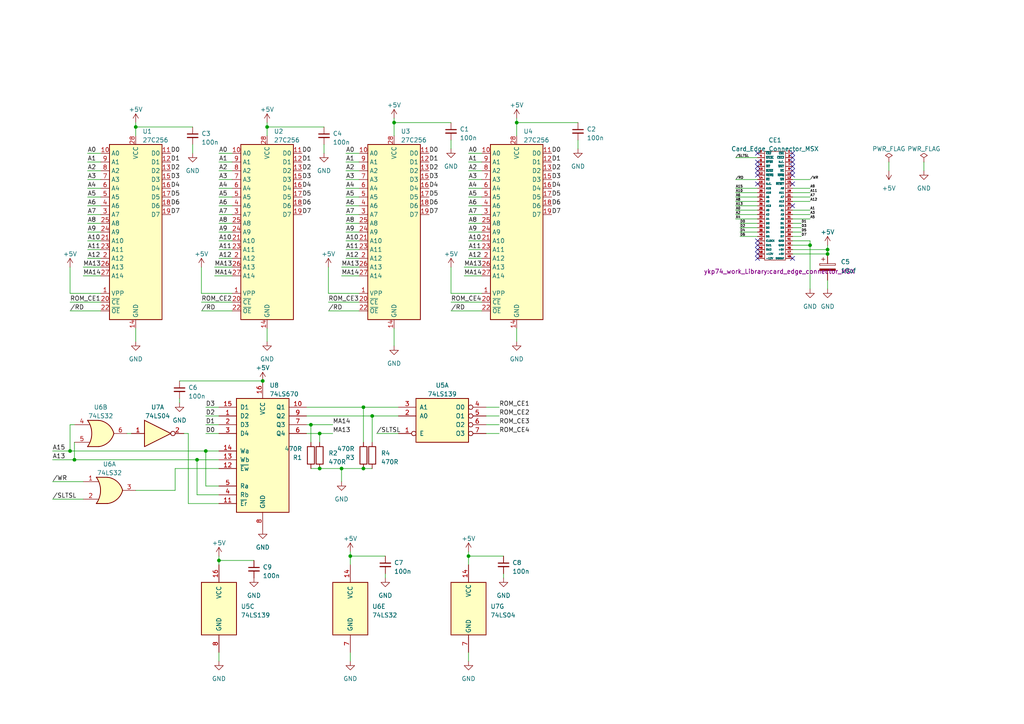
<source format=kicad_sch>
(kicad_sch (version 20230121) (generator eeschema)
  (paper "A4")
  (title_block (title "1M Mega Rom Card (KONAMI type)") (date "2023-02-26") (rev "1.0") (company "SEC") (comment 1 "Designed by supers02 착한영구"))
  (lib_symbols
    (symbol "74xx:74LS04"
      (property "Reference" "U" (at 0 1.27 0))
      (property "Value" "74LS04" (at 0 -1.27 0))
      (symbol "74LS04_1_0"
        (polyline (pts (xy -3.81 3.81) (xy -3.81 -3.81) (xy 3.81 0) (xy -3.81 3.81)) (stroke (width 0.254)) (fill (type background)))
        (pin input line (at -7.62 0 0) (length 3.81) (name "~") (number "1"))
        (pin output inverted (at 7.62 0 180) (length 3.81) (name "~") (number "2"))
      )
      (symbol "74LS04_2_0"
        (polyline (pts (xy -3.81 3.81) (xy -3.81 -3.81) (xy 3.81 0) (xy -3.81 3.81)) (stroke (width 0.254)) (fill (type background)))
        (pin input line (at -7.62 0 0) (length 3.81) (name "~") (number "3"))
        (pin output inverted (at 7.62 0 180) (length 3.81) (name "~") (number "4"))
      )
      (symbol "74LS04_3_0"
        (polyline (pts (xy -3.81 3.81) (xy -3.81 -3.81) (xy 3.81 0) (xy -3.81 3.81)) (stroke (width 0.254)) (fill (type background)))
        (pin input line (at -7.62 0 0) (length 3.81) (name "~") (number "5"))
        (pin output inverted (at 7.62 0 180) (length 3.81) (name "~") (number "6"))
      )
      (symbol "74LS04_4_0"
        (polyline (pts (xy -3.81 3.81) (xy -3.81 -3.81) (xy 3.81 0) (xy -3.81 3.81)) (stroke (width 0.254)) (fill (type background)))
        (pin output inverted (at 7.62 0 180) (length 3.81) (name "~") (number "8"))
        (pin input line (at -7.62 0 0) (length 3.81) (name "~") (number "9"))
      )
      (symbol "74LS04_5_0"
        (polyline (pts (xy -3.81 3.81) (xy -3.81 -3.81) (xy 3.81 0) (xy -3.81 3.81)) (stroke (width 0.254)) (fill (type background)))
        (pin output inverted (at 7.62 0 180) (length 3.81) (name "~") (number "10"))
        (pin input line (at -7.62 0 0) (length 3.81) (name "~") (number "11"))
      )
      (symbol "74LS04_6_0"
        (polyline (pts (xy -3.81 3.81) (xy -3.81 -3.81) (xy 3.81 0) (xy -3.81 3.81)) (stroke (width 0.254)) (fill (type background)))
        (pin output inverted (at 7.62 0 180) (length 3.81) (name "~") (number "12"))
        (pin input line (at -7.62 0 0) (length 3.81) (name "~") (number "13"))
      )
      (symbol "74LS04_7_0"
        (pin power_in line (at 0 12.7 270) (length 5.08) (name "VCC") (number "14"))
        (pin power_in line (at 0 -12.7 90) (length 5.08) (name "GND") (number "7"))
      )
      (symbol "74LS04_7_1"
        (rectangle (start -5.08 7.62) (end 5.08 -7.62) (stroke (width 0.254)) (fill (type background)))
      )
    )
    (symbol "74xx:74LS139" (pin_names (offset 1.016))
      (property "Reference" "U" (at -7.62 8.89 0))
      (property "Value" "74LS139" (at -7.62 -8.89 0))
      (symbol "74LS139_1_0"
        (pin input inverted (at -12.7 -5.08 0) (length 5.08) (name "E") (number "1"))
        (pin input line (at -12.7 0 0) (length 5.08) (name "A0") (number "2"))
        (pin input line (at -12.7 2.54 0) (length 5.08) (name "A1") (number "3"))
        (pin output inverted (at 12.7 2.54 180) (length 5.08) (name "O0") (number "4"))
        (pin output inverted (at 12.7 0 180) (length 5.08) (name "O1") (number "5"))
        (pin output inverted (at 12.7 -2.54 180) (length 5.08) (name "O2") (number "6"))
        (pin output inverted (at 12.7 -5.08 180) (length 5.08) (name "O3") (number "7"))
      )
      (symbol "74LS139_1_1"
        (rectangle (start -7.62 5.08) (end 7.62 -7.62) (stroke (width 0.254)) (fill (type background)))
      )
      (symbol "74LS139_2_0"
        (pin output inverted (at 12.7 -2.54 180) (length 5.08) (name "O2") (number "10"))
        (pin output inverted (at 12.7 0 180) (length 5.08) (name "O1") (number "11"))
        (pin output inverted (at 12.7 2.54 180) (length 5.08) (name "O0") (number "12"))
        (pin input line (at -12.7 2.54 0) (length 5.08) (name "A1") (number "13"))
        (pin input line (at -12.7 0 0) (length 5.08) (name "A0") (number "14"))
        (pin input inverted (at -12.7 -5.08 0) (length 5.08) (name "E") (number "15"))
        (pin output inverted (at 12.7 -5.08 180) (length 5.08) (name "O3") (number "9"))
      )
      (symbol "74LS139_2_1"
        (rectangle (start -7.62 5.08) (end 7.62 -7.62) (stroke (width 0.254)) (fill (type background)))
      )
      (symbol "74LS139_3_0"
        (pin power_in line (at 0 12.7 270) (length 5.08) (name "VCC") (number "16"))
        (pin power_in line (at 0 -12.7 90) (length 5.08) (name "GND") (number "8"))
      )
      (symbol "74LS139_3_1"
        (rectangle (start -5.08 7.62) (end 5.08 -7.62) (stroke (width 0.254)) (fill (type background)))
      )
    )
    (symbol "74xx:74LS32" (pin_names (offset 1.016))
      (property "Reference" "U" (at 0 1.27 0))
      (property "Value" "74LS32" (at 0 -1.27 0))
      (symbol "74LS32_1_1"
        (arc (start -3.81 -3.81) (mid -2.589 0) (end -3.81 3.81) (stroke (width 0.254)))
        (arc (start -0.6096 -3.81) (mid 2.1842 -2.5851) (end 3.81 0) (stroke (width 0.254)) (fill (type background)))
        (polyline (pts (xy -3.81 -3.81) (xy -0.635 -3.81)) (stroke (width 0.254)) (fill (type background)))
        (polyline (pts (xy -3.81 3.81) (xy -0.635 3.81)) (stroke (width 0.254)) (fill (type background)))
        (polyline (pts (xy -0.635 3.81) (xy -3.81 3.81) (xy -3.81 3.81) (xy -3.556 3.4036) (xy -3.0226 2.2606) (xy -2.6924 1.0414) (xy -2.6162 -0.254) (xy -2.7686 -1.4986) (xy -3.175 -2.7178) (xy -3.81 -3.81) (xy -3.81 -3.81) (xy -0.635 -3.81)) (stroke (width -25.4)) (fill (type background)))
        (arc (start 3.81 0) (mid 2.1915 2.5936) (end -0.6096 3.81) (stroke (width 0.254)) (fill (type background)))
        (pin input line (at -7.62 2.54 0) (length 4.318) (name "~") (number "1"))
        (pin input line (at -7.62 -2.54 0) (length 4.318) (name "~") (number "2"))
        (pin output line (at 7.62 0 180) (length 3.81) (name "~") (number "3"))
      )
      (symbol "74LS32_1_2"
        (arc (start 0 -3.81) (mid 3.7934 0) (end 0 3.81) (stroke (width 0.254)) (fill (type background)))
        (polyline (pts (xy 0 3.81) (xy -3.81 3.81) (xy -3.81 -3.81) (xy 0 -3.81)) (stroke (width 0.254)) (fill (type background)))
        (pin input inverted (at -7.62 2.54 0) (length 3.81) (name "~") (number "1"))
        (pin input inverted (at -7.62 -2.54 0) (length 3.81) (name "~") (number "2"))
        (pin output inverted (at 7.62 0 180) (length 3.81) (name "~") (number "3"))
      )
      (symbol "74LS32_2_1"
        (arc (start -3.81 -3.81) (mid -2.589 0) (end -3.81 3.81) (stroke (width 0.254)))
        (arc (start -0.6096 -3.81) (mid 2.1842 -2.5851) (end 3.81 0) (stroke (width 0.254)) (fill (type background)))
        (polyline (pts (xy -3.81 -3.81) (xy -0.635 -3.81)) (stroke (width 0.254)) (fill (type background)))
        (polyline (pts (xy -3.81 3.81) (xy -0.635 3.81)) (stroke (width 0.254)) (fill (type background)))
        (polyline (pts (xy -0.635 3.81) (xy -3.81 3.81) (xy -3.81 3.81) (xy -3.556 3.4036) (xy -3.0226 2.2606) (xy -2.6924 1.0414) (xy -2.6162 -0.254) (xy -2.7686 -1.4986) (xy -3.175 -2.7178) (xy -3.81 -3.81) (xy -3.81 -3.81) (xy -0.635 -3.81)) (stroke (width -25.4)) (fill (type background)))
        (arc (start 3.81 0) (mid 2.1915 2.5936) (end -0.6096 3.81) (stroke (width 0.254)) (fill (type background)))
        (pin input line (at -7.62 2.54 0) (length 4.318) (name "~") (number "4"))
        (pin input line (at -7.62 -2.54 0) (length 4.318) (name "~") (number "5"))
        (pin output line (at 7.62 0 180) (length 3.81) (name "~") (number "6"))
      )
      (symbol "74LS32_2_2"
        (arc (start 0 -3.81) (mid 3.7934 0) (end 0 3.81) (stroke (width 0.254)) (fill (type background)))
        (polyline (pts (xy 0 3.81) (xy -3.81 3.81) (xy -3.81 -3.81) (xy 0 -3.81)) (stroke (width 0.254)) (fill (type background)))
        (pin input inverted (at -7.62 2.54 0) (length 3.81) (name "~") (number "4"))
        (pin input inverted (at -7.62 -2.54 0) (length 3.81) (name "~") (number "5"))
        (pin output inverted (at 7.62 0 180) (length 3.81) (name "~") (number "6"))
      )
      (symbol "74LS32_3_1"
        (arc (start -3.81 -3.81) (mid -2.589 0) (end -3.81 3.81) (stroke (width 0.254)))
        (arc (start -0.6096 -3.81) (mid 2.1842 -2.5851) (end 3.81 0) (stroke (width 0.254)) (fill (type background)))
        (polyline (pts (xy -3.81 -3.81) (xy -0.635 -3.81)) (stroke (width 0.254)) (fill (type background)))
        (polyline (pts (xy -3.81 3.81) (xy -0.635 3.81)) (stroke (width 0.254)) (fill (type background)))
        (polyline (pts (xy -0.635 3.81) (xy -3.81 3.81) (xy -3.81 3.81) (xy -3.556 3.4036) (xy -3.0226 2.2606) (xy -2.6924 1.0414) (xy -2.6162 -0.254) (xy -2.7686 -1.4986) (xy -3.175 -2.7178) (xy -3.81 -3.81) (xy -3.81 -3.81) (xy -0.635 -3.81)) (stroke (width -25.4)) (fill (type background)))
        (arc (start 3.81 0) (mid 2.1915 2.5936) (end -0.6096 3.81) (stroke (width 0.254)) (fill (type background)))
        (pin input line (at -7.62 -2.54 0) (length 4.318) (name "~") (number "10"))
        (pin output line (at 7.62 0 180) (length 3.81) (name "~") (number "8"))
        (pin input line (at -7.62 2.54 0) (length 4.318) (name "~") (number "9"))
      )
      (symbol "74LS32_3_2"
        (arc (start 0 -3.81) (mid 3.7934 0) (end 0 3.81) (stroke (width 0.254)) (fill (type background)))
        (polyline (pts (xy 0 3.81) (xy -3.81 3.81) (xy -3.81 -3.81) (xy 0 -3.81)) (stroke (width 0.254)) (fill (type background)))
        (pin input inverted (at -7.62 -2.54 0) (length 3.81) (name "~") (number "10"))
        (pin output inverted (at 7.62 0 180) (length 3.81) (name "~") (number "8"))
        (pin input inverted (at -7.62 2.54 0) (length 3.81) (name "~") (number "9"))
      )
      (symbol "74LS32_4_1"
        (arc (start -3.81 -3.81) (mid -2.589 0) (end -3.81 3.81) (stroke (width 0.254)))
        (arc (start -0.6096 -3.81) (mid 2.1842 -2.5851) (end 3.81 0) (stroke (width 0.254)) (fill (type background)))
        (polyline (pts (xy -3.81 -3.81) (xy -0.635 -3.81)) (stroke (width 0.254)) (fill (type background)))
        (polyline (pts (xy -3.81 3.81) (xy -0.635 3.81)) (stroke (width 0.254)) (fill (type background)))
        (polyline (pts (xy -0.635 3.81) (xy -3.81 3.81) (xy -3.81 3.81) (xy -3.556 3.4036) (xy -3.0226 2.2606) (xy -2.6924 1.0414) (xy -2.6162 -0.254) (xy -2.7686 -1.4986) (xy -3.175 -2.7178) (xy -3.81 -3.81) (xy -3.81 -3.81) (xy -0.635 -3.81)) (stroke (width -25.4)) (fill (type background)))
        (arc (start 3.81 0) (mid 2.1915 2.5936) (end -0.6096 3.81) (stroke (width 0.254)) (fill (type background)))
        (pin output line (at 7.62 0 180) (length 3.81) (name "~") (number "11"))
        (pin input line (at -7.62 2.54 0) (length 4.318) (name "~") (number "12"))
        (pin input line (at -7.62 -2.54 0) (length 4.318) (name "~") (number "13"))
      )
      (symbol "74LS32_4_2"
        (arc (start 0 -3.81) (mid 3.7934 0) (end 0 3.81) (stroke (width 0.254)) (fill (type background)))
        (polyline (pts (xy 0 3.81) (xy -3.81 3.81) (xy -3.81 -3.81) (xy 0 -3.81)) (stroke (width 0.254)) (fill (type background)))
        (pin output inverted (at 7.62 0 180) (length 3.81) (name "~") (number "11"))
        (pin input inverted (at -7.62 2.54 0) (length 3.81) (name "~") (number "12"))
        (pin input inverted (at -7.62 -2.54 0) (length 3.81) (name "~") (number "13"))
      )
      (symbol "74LS32_5_0"
        (pin power_in line (at 0 12.7 270) (length 5.08) (name "VCC") (number "14"))
        (pin power_in line (at 0 -12.7 90) (length 5.08) (name "GND") (number "7"))
      )
      (symbol "74LS32_5_1"
        (rectangle (start -5.08 7.62) (end 5.08 -7.62) (stroke (width 0.254)) (fill (type background)))
      )
    )
    (symbol "74xx:74LS670" (pin_names (offset 1.016))
      (property "Reference" "U" (at -7.62 16.51 0))
      (property "Value" "74LS670" (at -7.62 -19.05 0))
      (symbol "74LS670_1_0"
        (pin input line (at -12.7 10.16 0) (length 5.08) (name "D2") (number "1"))
        (pin tri_state line (at 12.7 12.7 180) (length 5.08) (name "Q1") (number "10"))
        (pin input line (at -12.7 -15.24 0) (length 5.08) (name "~{Er}") (number "11"))
        (pin input line (at -12.7 -5.08 0) (length 5.08) (name "~{Ew}") (number "12"))
        (pin input line (at -12.7 -2.54 0) (length 5.08) (name "Wb") (number "13"))
        (pin input line (at -12.7 0 0) (length 5.08) (name "Wa") (number "14"))
        (pin input line (at -12.7 12.7 0) (length 5.08) (name "D1") (number "15"))
        (pin power_in line (at 0 20.32 270) (length 5.08) (name "VCC") (number "16"))
        (pin input line (at -12.7 7.62 0) (length 5.08) (name "D3") (number "2"))
        (pin input line (at -12.7 5.08 0) (length 5.08) (name "D4") (number "3"))
        (pin input line (at -12.7 -12.7 0) (length 5.08) (name "Rb") (number "4"))
        (pin input line (at -12.7 -10.16 0) (length 5.08) (name "Ra") (number "5"))
        (pin tri_state line (at 12.7 5.08 180) (length 5.08) (name "Q4") (number "6"))
        (pin tri_state line (at 12.7 7.62 180) (length 5.08) (name "Q3") (number "7"))
        (pin power_in line (at 0 -22.86 90) (length 5.08) (name "GND") (number "8"))
        (pin tri_state line (at 12.7 10.16 180) (length 5.08) (name "Q2") (number "9"))
      )
      (symbol "74LS670_1_1"
        (rectangle (start -7.62 15.24) (end 7.62 -17.78) (stroke (width 0.254)) (fill (type background)))
      )
    )
    (symbol "Device:C_Polarized" (pin_numbers hide) (pin_names (offset 0.254))
      (property "Reference" "C" (at 0.635 2.54 0))
      (property "Value" "C_Polarized" (at 0.635 -2.54 0))
      (symbol "C_Polarized_0_1"
        (rectangle (start -2.286 0.508) (end 2.286 1.016))
        (polyline (pts (xy -1.778 2.286) (xy -0.762 2.286)))
        (polyline (pts (xy -1.27 2.794) (xy -1.27 1.778)))
        (rectangle (start 2.286 -0.508) (end -2.286 -1.016) (fill (type outline)))
      )
      (symbol "C_Polarized_1_1"
        (pin passive line (at 0 3.81 270) (length 2.794) (name "~") (number "1"))
        (pin passive line (at 0 -3.81 90) (length 2.794) (name "~") (number "2"))
      )
    )
    (symbol "Device:C_Small" (pin_numbers hide) (pin_names (offset 0.254) hide)
      (property "Reference" "C" (at 0.254 1.778 0))
      (property "Value" "C_Small" (at 0.254 -2.032 0))
      (symbol "C_Small_0_1"
        (polyline (pts (xy -1.524 -0.508) (xy 1.524 -0.508)) (stroke (width 0.3302)))
        (polyline (pts (xy -1.524 0.508) (xy 1.524 0.508)) (stroke (width 0.3048)))
      )
      (symbol "C_Small_1_1"
        (pin passive line (at 0 2.54 270) (length 2.032) (name "~") (number "1"))
        (pin passive line (at 0 -2.54 90) (length 2.032) (name "~") (number "2"))
      )
    )
    (symbol "Device:R" (pin_numbers hide) (pin_names (offset 0))
      (property "Reference" "R" (at 2.032 0 90))
      (property "Value" "R" (at 0 0 90))
      (symbol "R_0_1"
        (rectangle (start -1.016 -2.54) (end 1.016 2.54) (stroke (width 0.254)))
      )
      (symbol "R_1_1"
        (pin passive line (at 0 3.81 270) (length 1.27) (name "~") (number "1"))
        (pin passive line (at 0 -3.81 90) (length 1.27) (name "~") (number "2"))
      )
    )
    (symbol "Memory_EPROM:27C256"
      (property "Reference" "U" (at -7.62 26.67 0))
      (property "Value" "27C256" (at 2.54 -26.67 0))
      (symbol "27C256_1_1"
        (rectangle (start -7.62 25.4) (end 7.62 -25.4) (stroke (width 0.254)) (fill (type background)))
        (pin input line (at -10.16 -17.78 0) (length 2.54) (name "VPP") (number "1"))
        (pin input line (at -10.16 22.86 0) (length 2.54) (name "A0") (number "10"))
        (pin tri_state line (at 10.16 22.86 180) (length 2.54) (name "D0") (number "11"))
        (pin tri_state line (at 10.16 20.32 180) (length 2.54) (name "D1") (number "12"))
        (pin tri_state line (at 10.16 17.78 180) (length 2.54) (name "D2") (number "13"))
        (pin power_in line (at 0 -27.94 90) (length 2.54) (name "GND") (number "14"))
        (pin tri_state line (at 10.16 15.24 180) (length 2.54) (name "D3") (number "15"))
        (pin tri_state line (at 10.16 12.7 180) (length 2.54) (name "D4") (number "16"))
        (pin tri_state line (at 10.16 10.16 180) (length 2.54) (name "D5") (number "17"))
        (pin tri_state line (at 10.16 7.62 180) (length 2.54) (name "D6") (number "18"))
        (pin tri_state line (at 10.16 5.08 180) (length 2.54) (name "D7") (number "19"))
        (pin input line (at -10.16 -7.62 0) (length 2.54) (name "A12") (number "2"))
        (pin input line (at -10.16 -20.32 0) (length 2.54) (name "~{CE}") (number "20"))
        (pin input line (at -10.16 -2.54 0) (length 2.54) (name "A10") (number "21"))
        (pin input line (at -10.16 -22.86 0) (length 2.54) (name "~{OE}") (number "22"))
        (pin input line (at -10.16 -5.08 0) (length 2.54) (name "A11") (number "23"))
        (pin input line (at -10.16 0 0) (length 2.54) (name "A9") (number "24"))
        (pin input line (at -10.16 2.54 0) (length 2.54) (name "A8") (number "25"))
        (pin input line (at -10.16 -10.16 0) (length 2.54) (name "A13") (number "26"))
        (pin input line (at -10.16 -12.7 0) (length 2.54) (name "A14") (number "27"))
        (pin power_in line (at 0 27.94 270) (length 2.54) (name "VCC") (number "28"))
        (pin input line (at -10.16 5.08 0) (length 2.54) (name "A7") (number "3"))
        (pin input line (at -10.16 7.62 0) (length 2.54) (name "A6") (number "4"))
        (pin input line (at -10.16 10.16 0) (length 2.54) (name "A5") (number "5"))
        (pin input line (at -10.16 12.7 0) (length 2.54) (name "A4") (number "6"))
        (pin input line (at -10.16 15.24 0) (length 2.54) (name "A3") (number "7"))
        (pin input line (at -10.16 17.78 0) (length 2.54) (name "A2") (number "8"))
        (pin input line (at -10.16 20.32 0) (length 2.54) (name "A1") (number "9"))
      )
    )
    (symbol "power:+5V" (power) (pin_names (offset 0))
      (property "Value" "+5V" (at 0 3.556 0))
      (symbol "+5V_0_1"
        (polyline (pts (xy -0.762 1.27) (xy 0 2.54)))
        (polyline (pts (xy 0 0) (xy 0 2.54)))
        (polyline (pts (xy 0 2.54) (xy 0.762 1.27)))
      )
      (symbol "+5V_1_1"
        (pin power_in line (at 0 0 90) (length 0) hide (name "+5V") (number "1"))
      )
    )
    (symbol "power:GND" (power) (pin_names (offset 0))
      (property "Value" "GND" (at 0 -3.81 0))
      (symbol "GND_0_1"
        (polyline (pts (xy 0 0) (xy 0 -1.27) (xy 1.27 -1.27) (xy 0 -2.54) (xy -1.27 -1.27) (xy 0 -1.27)))
      )
      (symbol "GND_1_1"
        (pin power_in line (at 0 0 270) (length 0) hide (name "GND") (number "1"))
      )
    )
    (symbol "power:PWR_FLAG" (power) (pin_numbers hide) (pin_names (offset 0) hide)
      (property "Value" "PWR_FLAG" (at 0 3.81 0))
      (symbol "PWR_FLAG_0_0"
        (pin power_out line (at 0 0 90) (length 0) (name "pwr") (number "1"))
      )
      (symbol "PWR_FLAG_0_1"
        (polyline (pts (xy 0 0) (xy 0 1.27) (xy -1.016 1.905) (xy 0 2.54) (xy 1.016 1.905) (xy 0 1.27)))
      )
    )
    (symbol "ykp74_work:Card_Edge_Connector_MSX" (pin_names (offset 0.381))
      (property "Reference" "CE" (at 0 20.32 0))
      (property "Value" "Card_Edge_Connector_MSX" (at 1.27 -13.97 0))
      (symbol "Card_Edge_Connector_MSX_0_1"
        (rectangle (start -3.048 -13.208) (end 3.048 18.288))
      )
      (symbol "Card_Edge_Connector_MSX_1_1"
        (pin unspecified line (at 5.08 17.78 180) (length 2.0066) (name "~{CS1}") (number "1"))
        (pin unspecified line (at -5.08 12.7 0) (length 2.0066) (name "~{BUSD}") (number "10"))
        (pin unspecified line (at 5.08 11.43 180) (length 2.0066) (name "~{IORQ}") (number "11"))
        (pin unspecified line (at -5.08 11.43 0) (length 2.0066) (name "~{MERQ}") (number "12"))
        (pin unspecified line (at 5.08 10.16 180) (length 2.0066) (name "~{WR}") (number "13"))
        (pin unspecified line (at -5.08 10.16 0) (length 2.0066) (name "~{RD}") (number "14"))
        (pin unspecified line (at 5.08 8.89 180) (length 2.0066) (name "~{RESET}") (number "15"))
        (pin unspecified line (at -5.08 8.89 0) (length 2.0066) (name "N.C.") (number "16"))
        (pin unspecified line (at 5.08 7.62 180) (length 2.0066) (name "A9") (number "17"))
        (pin unspecified line (at -5.08 7.62 0) (length 2.0066) (name "A15") (number "18"))
        (pin unspecified line (at 5.08 6.35 180) (length 2.0066) (name "A11") (number "19"))
        (pin unspecified line (at -5.08 17.78 0) (length 2.0066) (name "~{CS2}") (number "2"))
        (pin unspecified line (at -5.08 6.35 0) (length 2.0066) (name "A10") (number "20"))
        (pin unspecified line (at 5.08 5.08 180) (length 2.0066) (name "A7") (number "21"))
        (pin unspecified line (at -5.08 5.08 0) (length 2.0066) (name "A6") (number "22"))
        (pin unspecified line (at 5.08 3.81 180) (length 2.0066) (name "A12") (number "23"))
        (pin unspecified line (at -5.08 3.81 0) (length 2.0066) (name "A8") (number "24"))
        (pin unspecified line (at 5.08 2.54 180) (length 2.0066) (name "A14") (number "25"))
        (pin unspecified line (at -5.08 2.54 0) (length 2.0066) (name "A13") (number "26"))
        (pin unspecified line (at 5.08 1.27 180) (length 2.0066) (name "A1") (number "27"))
        (pin unspecified line (at -5.08 1.27 0) (length 2.0066) (name "A0") (number "28"))
        (pin unspecified line (at 5.08 0 180) (length 2.0066) (name "A3") (number "29"))
        (pin unspecified line (at 5.08 16.51 180) (length 2.0066) (name "~{CS12}") (number "3"))
        (pin unspecified line (at -5.08 0 0) (length 2.0066) (name "A2") (number "30"))
        (pin unspecified line (at 5.08 -1.27 180) (length 2.0066) (name "A5") (number "31"))
        (pin unspecified line (at -5.08 -1.27 0) (length 2.0066) (name "A4") (number "32"))
        (pin unspecified line (at 5.08 -2.54 180) (length 2.0066) (name "D1") (number "33"))
        (pin unspecified line (at -5.08 -2.54 0) (length 2.0066) (name "D0") (number "34"))
        (pin unspecified line (at 5.08 -3.81 180) (length 2.0066) (name "D3") (number "35"))
        (pin unspecified line (at -5.08 -3.81 0) (length 2.0066) (name "D2") (number "36"))
        (pin unspecified line (at 5.08 -5.08 180) (length 2.0066) (name "D5") (number "37"))
        (pin unspecified line (at -5.08 -5.08 0) (length 2.0066) (name "D4") (number "38"))
        (pin unspecified line (at 5.08 -6.35 180) (length 2.0066) (name "D7") (number "39"))
        (pin unspecified line (at -5.08 16.51 0) (length 2.0066) (name "~{STLSL}") (number "4"))
        (pin unspecified line (at -5.08 -6.35 0) (length 2.0066) (name "D6") (number "40"))
        (pin unspecified line (at 5.08 -7.62 180) (length 2.0066) (name "GND") (number "41"))
        (pin unspecified line (at -5.08 -7.62 0) (length 2.0066) (name "CLOCK") (number "42"))
        (pin unspecified line (at 5.08 -8.89 180) (length 2.0066) (name "GND") (number "43"))
        (pin unspecified line (at -5.08 -8.89 0) (length 2.0066) (name "SW1") (number "44"))
        (pin unspecified line (at 5.08 -10.16 180) (length 2.0066) (name "+5V") (number "45"))
        (pin unspecified line (at -5.08 -10.16 0) (length 2.0066) (name "SW2") (number "46"))
        (pin unspecified line (at 5.08 -11.43 180) (length 2.0066) (name "+5V") (number "47"))
        (pin unspecified line (at -5.08 -11.43 0) (length 2.0066) (name "+12V") (number "48"))
        (pin unspecified line (at 5.08 -12.7 180) (length 2.0066) (name "SNDOUT") (number "49"))
        (pin unspecified line (at 5.08 15.24 180) (length 2.0066) (name "N.C.") (number "5"))
        (pin unspecified line (at -5.08 -12.7 0) (length 2.0066) (name "-12V") (number "50"))
        (pin unspecified line (at -5.08 15.24 0) (length 2.0066) (name "~{RFSH}") (number "6"))
        (pin unspecified line (at 5.08 13.97 180) (length 2.0066) (name "~{WAIT}") (number "7"))
        (pin unspecified line (at -5.08 13.97 0) (length 2.0066) (name "~{INT}") (number "8"))
        (pin unspecified line (at 5.08 12.7 180) (length 2.0066) (name "~{M1}") (number "9"))
      )
    )
  )
  (junction (at 114.3 35.56))
  (junction (at 149.86 35.56))
  (junction (at 99.06 135.89))
  (junction (at 59.69 130.81))
  (junction (at 107.95 120.65))
  (junction (at 20.32 130.81))
  (junction (at 21.59 133.35))
  (junction (at 63.5 162.56))
  (junction (at 234.95 71.12))
  (junction (at 135.89 161.29))
  (junction (at 92.71 135.89))
  (junction (at 105.41 118.11))
  (junction (at 92.71 125.73))
  (junction (at 101.6 161.29))
  (junction (at 57.15 133.35))
  (junction (at 240.03 73.66))
  (junction (at 90.17 123.19))
  (junction (at 77.47 36.83))
  (junction (at 240.03 72.39))
  (junction (at 39.37 36.83))
  (junction (at 76.2 110.49))
  (junction (at 105.41 135.89))
  (no_connect (at 219.71 72.39))
  (no_connect (at 229.87 44.45))
  (no_connect (at 229.87 53.34))
  (no_connect (at 219.71 71.12))
  (no_connect (at 229.87 50.8))
  (no_connect (at 219.71 46.99))
  (no_connect (at 229.87 48.26))
  (no_connect (at 219.71 50.8))
  (no_connect (at 219.71 44.45))
  (no_connect (at 219.71 74.93))
  (no_connect (at 219.71 73.66))
  (no_connect (at 219.71 53.34))
  (no_connect (at 219.71 69.85))
  (no_connect (at 219.71 49.53))
  (no_connect (at 229.87 46.99))
  (no_connect (at 229.87 74.93))
  (no_connect (at 219.71 48.26))
  (no_connect (at 229.87 59.69))
  (no_connect (at 229.87 49.53))
  (no_connect (at 229.87 45.72))
  (wire (pts (xy 134.62 77.47) (xy 139.7 77.47)))
  (wire (pts (xy 100.33 62.23) (xy 104.14 62.23)))
  (wire (pts (xy 63.5 189.23) (xy 63.5 191.77)))
  (wire (pts (xy 135.89 69.85) (xy 139.7 69.85)))
  (wire (pts (xy 93.98 41.91) (xy 93.98 44.45)))
  (wire (pts (xy 234.95 55.88) (xy 229.87 55.88)))
  (wire (pts (xy 135.89 62.23) (xy 139.7 62.23)))
  (wire (pts (xy 63.5 54.61) (xy 67.31 54.61)))
  (wire (pts (xy 63.5 59.69) (xy 67.31 59.69)))
  (wire (pts (xy 214.63 64.77) (xy 219.71 64.77)))
  (wire (pts (xy 99.06 135.89) (xy 105.41 135.89)))
  (wire (pts (xy 213.36 45.72) (xy 219.71 45.72)))
  (wire (pts (xy 234.95 71.12) (xy 234.95 83.82)))
  (wire (pts (xy 130.81 40.64) (xy 130.81 43.18)))
  (wire (pts (xy 90.17 135.89) (xy 92.71 135.89)))
  (wire (pts (xy 77.47 95.25) (xy 77.47 99.06)))
  (wire (pts (xy 63.5 69.85) (xy 67.31 69.85)))
  (wire (pts (xy 63.5 130.81) (xy 59.69 130.81)))
  (wire (pts (xy 77.47 35.56) (xy 77.47 36.83)))
  (wire (pts (xy 149.86 34.29) (xy 149.86 35.56)))
  (wire (pts (xy 39.37 36.83) (xy 55.88 36.83)))
  (wire (pts (xy 99.06 80.01) (xy 104.14 80.01)))
  (wire (pts (xy 39.37 95.25) (xy 39.37 99.06)))
  (wire (pts (xy 214.63 68.58) (xy 219.71 68.58)))
  (wire (pts (xy 105.41 118.11) (xy 105.41 128.27)))
  (wire (pts (xy 140.97 120.65) (xy 144.78 120.65)))
  (wire (pts (xy 25.4 46.99) (xy 29.21 46.99)))
  (wire (pts (xy 25.4 62.23) (xy 29.21 62.23)))
  (wire (pts (xy 213.36 63.5) (xy 219.71 63.5)))
  (wire (pts (xy 213.36 54.61) (xy 219.71 54.61)))
  (wire (pts (xy 240.03 73.66) (xy 240.03 72.39)))
  (wire (pts (xy 135.89 52.07) (xy 139.7 52.07)))
  (wire (pts (xy 234.95 63.5) (xy 229.87 63.5)))
  (wire (pts (xy 100.33 54.61) (xy 104.14 54.61)))
  (wire (pts (xy 63.5 161.29) (xy 63.5 162.56)))
  (wire (pts (xy 100.33 49.53) (xy 104.14 49.53)))
  (wire (pts (xy 107.95 120.65) (xy 115.57 120.65)))
  (wire (pts (xy 59.69 130.81) (xy 59.69 140.97)))
  (wire (pts (xy 36.83 125.73) (xy 38.1 125.73)))
  (wire (pts (xy 101.6 161.29) (xy 101.6 163.83)))
  (wire (pts (xy 229.87 72.39) (xy 240.03 72.39)))
  (wire (pts (xy 25.4 64.77) (xy 29.21 64.77)))
  (wire (pts (xy 100.33 52.07) (xy 104.14 52.07)))
  (wire (pts (xy 234.95 58.42) (xy 229.87 58.42)))
  (wire (pts (xy 134.62 80.01) (xy 139.7 80.01)))
  (wire (pts (xy 88.9 125.73) (xy 92.71 125.73)))
  (wire (pts (xy 25.4 72.39) (xy 29.21 72.39)))
  (wire (pts (xy 39.37 142.24) (xy 50.8 142.24)))
  (wire (pts (xy 15.24 133.35) (xy 21.59 133.35)))
  (wire (pts (xy 20.32 87.63) (xy 29.21 87.63)))
  (wire (pts (xy 114.3 35.56) (xy 130.81 35.56)))
  (wire (pts (xy 20.32 123.19) (xy 20.32 130.81)))
  (wire (pts (xy 63.5 46.99) (xy 67.31 46.99)))
  (wire (pts (xy 58.42 87.63) (xy 67.31 87.63)))
  (wire (pts (xy 135.89 161.29) (xy 135.89 163.83)))
  (wire (pts (xy 95.25 77.47) (xy 95.25 85.09)))
  (wire (pts (xy 140.97 118.11) (xy 144.78 118.11)))
  (wire (pts (xy 21.59 133.35) (xy 57.15 133.35)))
  (wire (pts (xy 58.42 85.09) (xy 67.31 85.09)))
  (wire (pts (xy 24.13 77.47) (xy 29.21 77.47)))
  (wire (pts (xy 167.64 40.64) (xy 167.64 43.18)))
  (wire (pts (xy 25.4 54.61) (xy 29.21 54.61)))
  (wire (pts (xy 52.07 110.49) (xy 76.2 110.49)))
  (wire (pts (xy 135.89 67.31) (xy 139.7 67.31)))
  (wire (pts (xy 63.5 72.39) (xy 67.31 72.39)))
  (wire (pts (xy 92.71 135.89) (xy 99.06 135.89)))
  (wire (pts (xy 135.89 59.69) (xy 139.7 59.69)))
  (wire (pts (xy 39.37 36.83) (xy 39.37 39.37)))
  (wire (pts (xy 135.89 54.61) (xy 139.7 54.61)))
  (wire (pts (xy 100.33 74.93) (xy 104.14 74.93)))
  (wire (pts (xy 25.4 67.31) (xy 29.21 67.31)))
  (wire (pts (xy 63.5 57.15) (xy 67.31 57.15)))
  (wire (pts (xy 229.87 71.12) (xy 234.95 71.12)))
  (wire (pts (xy 24.13 80.01) (xy 29.21 80.01)))
  (wire (pts (xy 95.25 87.63) (xy 104.14 87.63)))
  (wire (pts (xy 62.23 80.01) (xy 67.31 80.01)))
  (wire (pts (xy 100.33 57.15) (xy 104.14 57.15)))
  (wire (pts (xy 101.6 160.02) (xy 101.6 161.29)))
  (wire (pts (xy 50.8 135.89) (xy 63.5 135.89)))
  (wire (pts (xy 20.32 90.17) (xy 29.21 90.17)))
  (wire (pts (xy 213.36 62.23) (xy 219.71 62.23)))
  (wire (pts (xy 25.4 49.53) (xy 29.21 49.53)))
  (wire (pts (xy 58.42 77.47) (xy 58.42 85.09)))
  (wire (pts (xy 100.33 64.77) (xy 104.14 64.77)))
  (wire (pts (xy 92.71 125.73) (xy 92.71 128.27)))
  (wire (pts (xy 101.6 189.23) (xy 101.6 191.77)))
  (wire (pts (xy 59.69 123.19) (xy 63.5 123.19)))
  (wire (pts (xy 92.71 125.73) (xy 96.52 125.73)))
  (wire (pts (xy 99.06 77.47) (xy 104.14 77.47)))
  (wire (pts (xy 90.17 123.19) (xy 90.17 128.27)))
  (wire (pts (xy 100.33 44.45) (xy 104.14 44.45)))
  (wire (pts (xy 267.97 46.99) (xy 267.97 49.53)))
  (wire (pts (xy 50.8 142.24) (xy 50.8 135.89)))
  (wire (pts (xy 229.87 68.58) (xy 232.41 68.58)))
  (wire (pts (xy 95.25 90.17) (xy 104.14 90.17)))
  (wire (pts (xy 234.95 62.23) (xy 229.87 62.23)))
  (wire (pts (xy 140.97 123.19) (xy 144.78 123.19)))
  (wire (pts (xy 135.89 72.39) (xy 139.7 72.39)))
  (wire (pts (xy 59.69 140.97) (xy 63.5 140.97)))
  (wire (pts (xy 229.87 64.77) (xy 232.41 64.77)))
  (wire (pts (xy 229.87 60.96) (xy 234.95 60.96)))
  (wire (pts (xy 63.5 44.45) (xy 67.31 44.45)))
  (wire (pts (xy 109.22 125.73) (xy 115.57 125.73)))
  (wire (pts (xy 229.87 69.85) (xy 234.95 69.85)))
  (wire (pts (xy 149.86 95.25) (xy 149.86 99.06)))
  (wire (pts (xy 54.61 146.05) (xy 63.5 146.05)))
  (wire (pts (xy 114.3 95.25) (xy 114.3 100.33)))
  (wire (pts (xy 105.41 135.89) (xy 107.95 135.89)))
  (wire (pts (xy 58.42 90.17) (xy 67.31 90.17)))
  (wire (pts (xy 25.4 74.93) (xy 29.21 74.93)))
  (wire (pts (xy 135.89 49.53) (xy 139.7 49.53)))
  (wire (pts (xy 135.89 160.02) (xy 135.89 161.29)))
  (wire (pts (xy 57.15 143.51) (xy 63.5 143.51)))
  (wire (pts (xy 130.81 90.17) (xy 139.7 90.17)))
  (wire (pts (xy 100.33 67.31) (xy 104.14 67.31)))
  (wire (pts (xy 114.3 35.56) (xy 114.3 39.37)))
  (wire (pts (xy 135.89 74.93) (xy 139.7 74.93)))
  (wire (pts (xy 130.81 87.63) (xy 139.7 87.63)))
  (wire (pts (xy 63.5 49.53) (xy 67.31 49.53)))
  (wire (pts (xy 100.33 46.99) (xy 104.14 46.99)))
  (wire (pts (xy 20.32 85.09) (xy 29.21 85.09)))
  (wire (pts (xy 114.3 34.29) (xy 114.3 35.56)))
  (wire (pts (xy 107.95 128.27) (xy 107.95 120.65)))
  (wire (pts (xy 213.36 52.07) (xy 219.71 52.07)))
  (wire (pts (xy 63.5 64.77) (xy 67.31 64.77)))
  (wire (pts (xy 25.4 69.85) (xy 29.21 69.85)))
  (wire (pts (xy 95.25 85.09) (xy 104.14 85.09)))
  (wire (pts (xy 90.17 123.19) (xy 96.52 123.19)))
  (wire (pts (xy 214.63 66.04) (xy 219.71 66.04)))
  (wire (pts (xy 229.87 73.66) (xy 240.03 73.66)))
  (wire (pts (xy 63.5 62.23) (xy 67.31 62.23)))
  (wire (pts (xy 213.36 55.88) (xy 219.71 55.88)))
  (wire (pts (xy 135.89 189.23) (xy 135.89 191.77)))
  (wire (pts (xy 54.61 125.73) (xy 54.61 146.05)))
  (wire (pts (xy 77.47 36.83) (xy 77.47 39.37)))
  (wire (pts (xy 257.81 46.99) (xy 257.81 49.53)))
  (wire (pts (xy 57.15 133.35) (xy 57.15 143.51)))
  (wire (pts (xy 21.59 123.19) (xy 20.32 123.19)))
  (wire (pts (xy 213.36 60.96) (xy 219.71 60.96)))
  (wire (pts (xy 214.63 67.31) (xy 219.71 67.31)))
  (wire (pts (xy 53.34 125.73) (xy 54.61 125.73)))
  (wire (pts (xy 25.4 44.45) (xy 29.21 44.45)))
  (wire (pts (xy 105.41 118.11) (xy 115.57 118.11)))
  (wire (pts (xy 130.81 77.47) (xy 130.81 85.09)))
  (wire (pts (xy 234.95 54.61) (xy 229.87 54.61)))
  (wire (pts (xy 149.86 35.56) (xy 149.86 39.37)))
  (wire (pts (xy 62.23 77.47) (xy 67.31 77.47)))
  (wire (pts (xy 88.9 118.11) (xy 105.41 118.11)))
  (wire (pts (xy 130.81 85.09) (xy 139.7 85.09)))
  (wire (pts (xy 88.9 120.65) (xy 107.95 120.65)))
  (wire (pts (xy 55.88 41.91) (xy 55.88 44.45)))
  (wire (pts (xy 240.03 81.28) (xy 240.03 83.82)))
  (wire (pts (xy 135.89 44.45) (xy 139.7 44.45)))
  (wire (pts (xy 15.24 130.81) (xy 20.32 130.81)))
  (wire (pts (xy 146.05 166.37) (xy 146.05 167.64)))
  (wire (pts (xy 77.47 36.83) (xy 93.98 36.83)))
  (wire (pts (xy 39.37 35.56) (xy 39.37 36.83)))
  (wire (pts (xy 63.5 162.56) (xy 73.66 162.56)))
  (wire (pts (xy 15.24 144.78) (xy 24.13 144.78)))
  (wire (pts (xy 213.36 58.42) (xy 219.71 58.42)))
  (wire (pts (xy 59.69 118.11) (xy 63.5 118.11)))
  (wire (pts (xy 234.95 69.85) (xy 234.95 71.12)))
  (wire (pts (xy 135.89 46.99) (xy 139.7 46.99)))
  (wire (pts (xy 213.36 59.69) (xy 219.71 59.69)))
  (wire (pts (xy 63.5 52.07) (xy 67.31 52.07)))
  (wire (pts (xy 63.5 74.93) (xy 67.31 74.93)))
  (wire (pts (xy 234.95 52.07) (xy 229.87 52.07)))
  (wire (pts (xy 15.24 139.7) (xy 24.13 139.7)))
  (wire (pts (xy 167.64 35.56) (xy 149.86 35.56)))
  (wire (pts (xy 25.4 52.07) (xy 29.21 52.07)))
  (wire (pts (xy 52.07 115.57) (xy 52.07 116.84)))
  (wire (pts (xy 20.32 77.47) (xy 20.32 85.09)))
  (wire (pts (xy 100.33 69.85) (xy 104.14 69.85)))
  (wire (pts (xy 63.5 67.31) (xy 67.31 67.31)))
  (wire (pts (xy 135.89 161.29) (xy 146.05 161.29)))
  (wire (pts (xy 240.03 72.39) (xy 240.03 71.12)))
  (wire (pts (xy 100.33 59.69) (xy 104.14 59.69)))
  (wire (pts (xy 59.69 125.73) (xy 63.5 125.73)))
  (wire (pts (xy 135.89 64.77) (xy 139.7 64.77)))
  (wire (pts (xy 99.06 135.89) (xy 99.06 139.7)))
  (wire (pts (xy 88.9 123.19) (xy 90.17 123.19)))
  (wire (pts (xy 234.95 57.15) (xy 229.87 57.15)))
  (wire (pts (xy 63.5 162.56) (xy 63.5 163.83)))
  (wire (pts (xy 111.76 166.37) (xy 111.76 167.64)))
  (wire (pts (xy 21.59 128.27) (xy 21.59 133.35)))
  (wire (pts (xy 59.69 120.65) (xy 63.5 120.65)))
  (wire (pts (xy 229.87 66.04) (xy 232.41 66.04)))
  (wire (pts (xy 25.4 57.15) (xy 29.21 57.15)))
  (wire (pts (xy 57.15 133.35) (xy 63.5 133.35)))
  (wire (pts (xy 101.6 161.29) (xy 111.76 161.29)))
  (wire (pts (xy 213.36 57.15) (xy 219.71 57.15)))
  (wire (pts (xy 140.97 125.73) (xy 144.78 125.73)))
  (wire (pts (xy 20.32 130.81) (xy 59.69 130.81)))
  (wire (pts (xy 135.89 57.15) (xy 139.7 57.15)))
  (wire (pts (xy 100.33 72.39) (xy 104.14 72.39)))
  (wire (pts (xy 229.87 67.31) (xy 232.41 67.31)))
  (wire (pts (xy 25.4 59.69) (xy 29.21 59.69)))
  (label "A12" (at 63.5 74.93 0))
  (label "A11" (at 63.5 72.39 0))
  (label "{slash}SLTSL" (at 15.24 144.78 0))
  (label "A6" (at 63.5 59.69 0))
  (label "MA13" (at 99.06 77.47 0))
  (label "D1" (at 49.53 46.99 0))
  (label "D4" (at 49.53 54.61 0))
  (label "D1" (at 124.46 46.99 0))
  (label "MA14" (at 134.62 80.01 0))
  (label "A3" (at 25.4 52.07 0))
  (label "D5" (at 87.63 57.15 0))
  (label "ROM_CE2" (at 144.78 120.65 0))
  (label "D3" (at 124.46 52.07 0))
  (label "D2" (at 49.53 49.53 0))
  (label "D0" (at 49.53 44.45 0))
  (label "{slash}RD" (at 95.25 90.17 0))
  (label "A4" (at 135.89 54.61 0))
  (label "A4" (at 100.33 54.61 0))
  (label "A12" (at 234.95 58.42 0) (effects (font (size 0.7 0.7))))
  (label "A8" (at 213.36 58.42 0) (effects (font (size 0.7 0.7))))
  (label "ROM_CE1" (at 144.78 118.11 0))
  (label "A11" (at 25.4 72.39 0))
  (label "A13" (at 213.36 59.69 0) (effects (font (size 0.7 0.7))))
  (label "A10" (at 63.5 69.85 0))
  (label "D5" (at 232.41 67.31 0) (effects (font (size 0.7 0.7))))
  (label "A8" (at 135.89 64.77 0))
  (label "D1" (at 160.02 46.99 0))
  (label "ROM_CE1" (at 20.32 87.63 0))
  (label "A4" (at 213.36 63.5 0) (effects (font (size 0.7 0.7))))
  (label "{slash}RD" (at 213.36 52.07 0) (effects (font (size 0.7 0.7))))
  (label "A7" (at 234.95 57.15 0) (effects (font (size 0.7 0.7))))
  (label "A7" (at 135.89 62.23 0))
  (label "A5" (at 63.5 57.15 0))
  (label "D1" (at 87.63 46.99 0))
  (label "MA14" (at 24.13 80.01 0))
  (label "D3" (at 59.69 118.11 0))
  (label "D5" (at 124.46 57.15 0))
  (label "{slash}RD" (at 58.42 90.17 0))
  (label "MA13" (at 24.13 77.47 0))
  (label "A0" (at 135.89 44.45 0))
  (label "A6" (at 25.4 59.69 0))
  (label "D7" (at 49.53 62.23 0))
  (label "A10" (at 213.36 55.88 0) (effects (font (size 0.7 0.7))))
  (label "D0" (at 59.69 125.73 0))
  (label "A13" (at 15.24 133.35 0))
  (label "A5" (at 234.95 63.5 0) (effects (font (size 0.7 0.7))))
  (label "A15" (at 15.24 130.81 0))
  (label "A12" (at 135.89 74.93 0))
  (label "A9" (at 25.4 67.31 0))
  (label "A8" (at 63.5 64.77 0))
  (label "D6" (at 160.02 59.69 0))
  (label "D2" (at 124.46 49.53 0))
  (label "D6" (at 124.46 59.69 0))
  (label "ROM_CE2" (at 58.42 87.63 0))
  (label "D1" (at 59.69 123.19 0))
  (label "{slash}RD" (at 20.32 90.17 0))
  (label "{slash}SLTSL" (at 109.22 125.73 0))
  (label "D0" (at 160.02 44.45 0))
  (label "MA14" (at 99.06 80.01 0))
  (label "A10" (at 25.4 69.85 0))
  (label "A9" (at 135.89 67.31 0))
  (label "D3" (at 87.63 52.07 0))
  (label "D6" (at 214.63 68.58 0) (effects (font (size 0.7 0.7))))
  (label "A6" (at 100.33 59.69 0))
  (label "A2" (at 135.89 49.53 0))
  (label "ROM_CE3" (at 144.78 123.19 0))
  (label "A1" (at 100.33 46.99 0))
  (label "D2" (at 87.63 49.53 0))
  (label "D6" (at 49.53 59.69 0))
  (label "D2" (at 160.02 49.53 0))
  (label "A8" (at 25.4 64.77 0))
  (label "D4" (at 160.02 54.61 0))
  (label "A2" (at 100.33 49.53 0))
  (label "ROM_CE3" (at 95.25 87.63 0))
  (label "D3" (at 49.53 52.07 0))
  (label "A1" (at 135.89 46.99 0))
  (label "D7" (at 160.02 62.23 0))
  (label "A2" (at 25.4 49.53 0))
  (label "D2" (at 214.63 66.04 0) (effects (font (size 0.7 0.7))))
  (label "A11" (at 234.95 55.88 0) (effects (font (size 0.7 0.7))))
  (label "A9" (at 63.5 67.31 0))
  (label "A8" (at 100.33 64.77 0))
  (label "A0" (at 63.5 44.45 0))
  (label "A5" (at 25.4 57.15 0))
  (label "D7" (at 87.63 62.23 0))
  (label "ROM_CE4" (at 144.78 125.73 0))
  (label "A12" (at 25.4 74.93 0))
  (label "D4" (at 124.46 54.61 0))
  (label "MA13" (at 134.62 77.47 0))
  (label "A2" (at 63.5 49.53 0))
  (label "A3" (at 234.95 62.23 0) (effects (font (size 0.7 0.7))))
  (label "A6" (at 135.89 59.69 0))
  (label "{slash}RD" (at 130.81 90.17 0))
  (label "A9" (at 100.33 67.31 0))
  (label "A1" (at 63.5 46.99 0))
  (label "D4" (at 214.63 67.31 0) (effects (font (size 0.7 0.7))))
  (label "A11" (at 135.89 72.39 0))
  (label "A7" (at 25.4 62.23 0))
  (label "MA13" (at 62.23 77.47 0))
  (label "{slash}WR" (at 15.24 139.7 0))
  (label "A6" (at 213.36 57.15 0) (effects (font (size 0.7 0.7))))
  (label "D7" (at 124.46 62.23 0))
  (label "A9" (at 234.95 54.61 0) (effects (font (size 0.7 0.7))))
  (label "{slash}WR" (at 234.95 52.07 0) (effects (font (size 0.7 0.7))))
  (label "A11" (at 100.33 72.39 0))
  (label "{slash}SLTSL" (at 213.36 45.72 0) (effects (font (size 0.7 0.7))))
  (label "D0" (at 214.63 64.77 0) (effects (font (size 0.7 0.7))))
  (label "A1" (at 25.4 46.99 0))
  (label "MA13" (at 96.52 125.73 0))
  (label "D3" (at 160.02 52.07 0))
  (label "A12" (at 100.33 74.93 0))
  (label "A4" (at 63.5 54.61 0))
  (label "A7" (at 100.33 62.23 0))
  (label "A5" (at 135.89 57.15 0))
  (label "ROM_CE4" (at 130.81 87.63 0))
  (label "MA14" (at 96.52 123.19 0))
  (label "A10" (at 135.89 69.85 0))
  (label "A0" (at 213.36 60.96 0) (effects (font (size 0.7 0.7))))
  (label "A0" (at 25.4 44.45 0))
  (label "A7" (at 63.5 62.23 0))
  (label "D1" (at 232.41 64.77 0) (effects (font (size 0.7 0.7))))
  (label "A5" (at 100.33 57.15 0))
  (label "D5" (at 160.02 57.15 0))
  (label "MA14" (at 62.23 80.01 0))
  (label "D5" (at 49.53 57.15 0))
  (label "A2" (at 213.36 62.23 0) (effects (font (size 0.7 0.7))))
  (label "A3" (at 63.5 52.07 0))
  (label "A10" (at 100.33 69.85 0))
  (label "D0" (at 124.46 44.45 0))
  (label "D2" (at 59.69 120.65 0))
  (label "D3" (at 232.41 66.04 0) (effects (font (size 0.7 0.7))))
  (label "A3" (at 100.33 52.07 0))
  (label "A0" (at 100.33 44.45 0))
  (label "D0" (at 87.63 44.45 0))
  (label "A15" (at 213.36 54.61 0) (effects (font (size 0.7 0.7))))
  (label "D4" (at 87.63 54.61 0))
  (label "A3" (at 135.89 52.07 0))
  (label "D6" (at 87.63 59.69 0))
  (label "A1" (at 234.95 60.96 0) (effects (font (size 0.7 0.7))))
  (label "D7" (at 232.41 68.58 0) (effects (font (size 0.7 0.7))))
  (label "A4" (at 25.4 54.61 0))
  (symbol (lib_id "Device:C_Small") (at 130.81 38.1 0) (unit 1)
    (property "Reference" "C1" (at 133.35 37.4713 0) (effects (justify left)))
    (property "Value" "100n" (at 133.35 40.0113 0) (effects (justify left)))
    (property "Footprint" "Capacitor_THT:C_Disc_D6.0mm_W2.5mm_P5.00mm" (effects hide))
    (property "Sim.Device" "C" (effects hide))
    (property "Sim.Pins" "1=+ 2=-" (effects hide))
  )
  (symbol (lib_id "power:GND") (at 111.76 167.64 0) (unit 1)
    (property "Reference" "#PWR030" (effects hide))
    (property "Value" "GND" (at 111.76 172.72 0))
  )
  (symbol (lib_id "power:GND") (at 52.07 116.84 0) (unit 1)
    (property "Reference" "#PWR023" (effects hide))
    (property "Value" "GND" (at 52.07 121.92 0))
  )
  (symbol (lib_id "Device:C_Small") (at 73.66 165.1 0) (unit 1)
    (property "Reference" "C9" (at 76.2 164.4713 0) (effects (justify left)))
    (property "Value" "100n" (at 76.2 167.0113 0) (effects (justify left)))
    (property "Footprint" "Capacitor_THT:C_Disc_D6.0mm_W2.5mm_P5.00mm" (effects hide))
    (property "Sim.Device" "C" (effects hide))
    (property "Sim.Pins" "1=+ 2=-" (effects hide))
  )
  (symbol (lib_id "power:+5V") (at 114.3 34.29 0) (unit 1)
    (property "Reference" "#PWR01" (effects hide))
    (property "Value" "+5V" (at 114.3 30.48 0))
  )
  (symbol (lib_id "Device:C_Small") (at 93.98 39.37 0) (unit 1)
    (property "Reference" "C4" (at 96.52 38.7413 0) (effects (justify left)))
    (property "Value" "100n" (at 96.52 41.2813 0) (effects (justify left)))
    (property "Footprint" "Capacitor_THT:C_Disc_D6.0mm_W2.5mm_P5.00mm" (effects hide))
    (property "Sim.Device" "C" (effects hide))
    (property "Sim.Pins" "1=+ 2=-" (effects hide))
  )
  (symbol (lib_id "Memory_EPROM:27C256") (at 39.37 67.31 0) (unit 1)
    (property "Reference" "U1" (at 41.3259 38.1 0) (effects (justify left)))
    (property "Value" "27C256" (at 41.3259 40.64 0) (effects (justify left)))
    (property "Footprint" "Package_DIP:DIP-28_W15.24mm_Socket" (effects hide))
    (property "Datasheet" "http://ww1.microchip.com/downloads/en/DeviceDoc/doc0014.pdf" (effects hide))
  )
  (symbol (lib_id "power:+5V") (at 257.81 49.53 180) (unit 1)
    (property "Reference" "#PWR09" (effects hide))
    (property "Value" "+5V" (at 257.81 54.61 0))
  )
  (symbol (lib_id "power:GND") (at 93.98 44.45 0) (unit 1)
    (property "Reference" "#PWR08" (effects hide))
    (property "Value" "GND" (at 93.98 49.53 0))
  )
  (symbol (lib_id "power:PWR_FLAG") (at 267.97 46.99 0) (unit 1)
    (property "Reference" "#FLG02" (effects hide))
    (property "Value" "PWR_FLAG" (at 267.97 43.18 0))
  )
  (symbol (lib_id "74xx:74LS139") (at 128.27 120.65 0) (unit 1)
    (property "Reference" "U5" (at 128.27 111.76 0))
    (property "Value" "74LS139" (at 128.27 114.3 0))
    (property "Footprint" "Package_DIP:DIP-16_W7.62mm_Socket" (effects hide))
    (property "Datasheet" "http://www.ti.com/lit/ds/symlink/sn74ls139a.pdf" (effects hide))
  )
  (symbol (lib_id "power:GND") (at 77.47 99.06 0) (unit 1)
    (property "Reference" "#PWR019" (effects hide))
    (property "Value" "GND" (at 77.47 104.14 0))
  )
  (symbol (lib_id "power:GND") (at 267.97 49.53 0) (unit 1)
    (property "Reference" "#PWR010" (effects hide))
    (property "Value" "GND" (at 267.97 54.61 0))
  )
  (symbol (lib_id "Memory_EPROM:27C256") (at 77.47 67.31 0) (unit 1)
    (property "Reference" "U2" (at 79.4259 38.1 0) (effects (justify left)))
    (property "Value" "27C256" (at 79.4259 40.64 0) (effects (justify left)))
    (property "Footprint" "Package_DIP:DIP-28_W15.24mm_Socket" (effects hide))
    (property "Datasheet" "http://ww1.microchip.com/downloads/en/DeviceDoc/doc0014.pdf" (effects hide))
  )
  (symbol (lib_id "power:GND") (at 146.05 167.64 0) (unit 1)
    (property "Reference" "#PWR031" (effects hide))
    (property "Value" "GND" (at 146.05 172.72 0))
  )
  (symbol (lib_id "power:+5V") (at 39.37 35.56 0) (unit 1)
    (property "Reference" "#PWR03" (effects hide))
    (property "Value" "+5V" (at 39.37 31.75 0))
  )
  (symbol (lib_id "power:+5V") (at 101.6 160.02 0) (unit 1)
    (property "Reference" "#PWR026" (effects hide))
    (property "Value" "+5V" (at 101.6 156.21 0))
  )
  (symbol (lib_id "Device:R") (at 107.95 132.08 0) (unit 1)
    (property "Reference" "R4" (at 110.49 131.445 0) (effects (justify left)))
    (property "Value" "470R" (at 110.49 133.985 0) (effects (justify left)))
    (property "Footprint" "Resistor_THT:R_Axial_DIN0207_L6.3mm_D2.5mm_P10.16mm_Horizontal" (effects hide))
  )
  (symbol (lib_id "Device:C_Small") (at 111.76 163.83 0) (unit 1)
    (property "Reference" "C7" (at 114.3 163.2013 0) (effects (justify left)))
    (property "Value" "100n" (at 114.3 165.7413 0) (effects (justify left)))
    (property "Footprint" "Capacitor_THT:C_Disc_D6.0mm_W2.5mm_P5.00mm" (effects hide))
    (property "Sim.Device" "C" (effects hide))
    (property "Sim.Pins" "1=+ 2=-" (effects hide))
  )
  (symbol (lib_id "power:GND") (at 39.37 99.06 0) (unit 1)
    (property "Reference" "#PWR018" (effects hide))
    (property "Value" "GND" (at 39.37 104.14 0))
  )
  (symbol (lib_id "power:+5V") (at 240.03 71.12 0) (unit 1)
    (property "Reference" "#PWR011" (effects hide))
    (property "Value" "+5V" (at 240.03 67.31 0))
  )
  (symbol (lib_id "power:+5V") (at 58.42 77.47 0) (unit 1)
    (property "Reference" "#PWR013" (effects hide))
    (property "Value" "+5V" (at 58.42 73.66 0))
  )
  (symbol (lib_id "power:GND") (at 99.06 139.7 0) (unit 1)
    (property "Reference" "#PWR024" (effects hide))
    (property "Value" "GND" (at 99.06 144.78 0))
  )
  (symbol (lib_id "74xx:74LS04") (at 135.89 176.53 0) (unit 7)
    (property "Reference" "U7" (at 142.24 175.895 0) (effects (justify left)))
    (property "Value" "74LS04" (at 142.24 178.435 0) (effects (justify left)))
    (property "Footprint" "Package_DIP:DIP-14_W7.62mm_Socket" (effects hide))
    (property "Datasheet" "http://www.ti.com/lit/gpn/sn74LS04" (effects hide))
  )
  (symbol (lib_id "Device:C_Small") (at 167.64 38.1 0) (unit 1)
    (property "Reference" "C2" (at 170.18 37.4713 0) (effects (justify left)))
    (property "Value" "100n" (at 170.18 40.0113 0) (effects (justify left)))
    (property "Footprint" "Capacitor_THT:C_Disc_D6.0mm_W2.5mm_P5.00mm" (effects hide))
    (property "Sim.Device" "C" (effects hide))
    (property "Sim.Pins" "1=+ 2=-" (effects hide))
  )
  (symbol (lib_id "power:GND") (at 76.2 153.67 0) (unit 1)
    (property "Reference" "#PWR025" (effects hide))
    (property "Value" "GND" (at 76.2 158.75 0))
  )
  (symbol (lib_id "power:GND") (at 55.88 44.45 0) (unit 1)
    (property "Reference" "#PWR07" (effects hide))
    (property "Value" "GND" (at 55.88 49.53 0))
  )
  (symbol (lib_id "ykp74_work:Card_Edge_Connector_MSX") (at 224.79 62.23 0) (unit 1)
    (property "Reference" "CE1" (at 224.79 40.64 0))
    (property "Value" "Card_Edge_Connector_MSX" (at 224.79 43.18 0))
    (property "Footprint" "ykp74_work_Library:card_edge_connector_MSX" (at 226.06 78.74 0))
  )
  (symbol (lib_id "power:GND") (at 135.89 191.77 0) (unit 1)
    (property "Reference" "#PWR034" (effects hide))
    (property "Value" "GND" (at 135.89 196.85 0))
  )
  (symbol (lib_id "power:GND") (at 114.3 100.33 0) (unit 1)
    (property "Reference" "#PWR021" (effects hide))
    (property "Value" "GND" (at 114.3 105.41 0))
  )
  (symbol (lib_id "74xx:74LS32") (at 101.6 176.53 0) (unit 5)
    (property "Reference" "U6" (at 107.95 175.895 0) (effects (justify left)))
    (property "Value" "74LS32" (at 107.95 178.435 0) (effects (justify left)))
    (property "Footprint" "Package_DIP:DIP-14_W7.62mm_Socket" (effects hide))
    (property "Datasheet" "http://www.ti.com/lit/gpn/sn74LS32" (effects hide))
  )
  (symbol (lib_id "Device:C_Small") (at 146.05 163.83 0) (unit 1)
    (property "Reference" "C8" (at 148.59 163.2013 0) (effects (justify left)))
    (property "Value" "100n" (at 148.59 165.7413 0) (effects (justify left)))
    (property "Footprint" "Capacitor_THT:C_Disc_D6.0mm_W2.5mm_P5.00mm" (effects hide))
    (property "Sim.Device" "C" (effects hide))
    (property "Sim.Pins" "1=+ 2=-" (effects hide))
  )
  (symbol (lib_id "Device:R") (at 105.41 132.08 180) (unit 1)
    (property "Reference" "R3" (at 102.87 132.715 0) (effects (justify left)))
    (property "Value" "470R" (at 102.87 130.175 0) (effects (justify left)))
    (property "Footprint" "Resistor_THT:R_Axial_DIN0207_L6.3mm_D2.5mm_P10.16mm_Horizontal" (effects hide))
  )
  (symbol (lib_id "power:+5V") (at 77.47 35.56 0) (unit 1)
    (property "Reference" "#PWR04" (effects hide))
    (property "Value" "+5V" (at 77.47 31.75 0))
  )
  (symbol (lib_id "74xx:74LS32") (at 29.21 125.73 0) (unit 2)
    (property "Reference" "U6" (at 29.21 118.11 0))
    (property "Value" "74LS32" (at 29.21 120.65 0))
    (property "Footprint" "Package_DIP:DIP-14_W7.62mm_Socket" (effects hide))
    (property "Datasheet" "http://www.ti.com/lit/gpn/sn74LS32" (effects hide))
  )
  (symbol (lib_id "power:GND") (at 130.81 43.18 0) (unit 1)
    (property "Reference" "#PWR05" (effects hide))
    (property "Value" "GND" (at 130.81 48.26 0))
  )
  (symbol (lib_id "power:GND") (at 240.03 83.82 0) (unit 1)
    (property "Reference" "#PWR017" (effects hide))
    (property "Value" "GND" (at 240.03 88.9 0))
  )
  (symbol (lib_id "power:+5V") (at 135.89 160.02 0) (unit 1)
    (property "Reference" "#PWR027" (effects hide))
    (property "Value" "+5V" (at 135.89 156.21 0))
  )
  (symbol (lib_id "Device:R") (at 90.17 132.08 180) (unit 1)
    (property "Reference" "R1" (at 87.63 132.715 0) (effects (justify left)))
    (property "Value" "470R" (at 87.63 130.175 0) (effects (justify left)))
    (property "Footprint" "Resistor_THT:R_Axial_DIN0207_L6.3mm_D2.5mm_P10.16mm_Horizontal" (effects hide))
  )
  (symbol (lib_id "power:GND") (at 73.66 167.64 0) (unit 1)
    (property "Reference" "#PWR029" (effects hide))
    (property "Value" "GND" (at 73.66 172.72 0))
  )
  (symbol (lib_id "power:GND") (at 63.5 191.77 0) (unit 1)
    (property "Reference" "#PWR032" (effects hide))
    (property "Value" "GND" (at 63.5 196.85 0))
  )
  (symbol (lib_id "74xx:74LS32") (at 31.75 142.24 0) (unit 1)
    (property "Reference" "U6" (at 31.75 134.62 0))
    (property "Value" "74LS32" (at 31.75 137.16 0))
    (property "Footprint" "Package_DIP:DIP-14_W7.62mm_Socket" (effects hide))
    (property "Datasheet" "http://www.ti.com/lit/gpn/sn74LS32" (effects hide))
  )
  (symbol (lib_id "power:PWR_FLAG") (at 257.81 46.99 0) (unit 1)
    (property "Reference" "#FLG01" (effects hide))
    (property "Value" "PWR_FLAG" (at 257.81 43.18 0))
  )
  (symbol (lib_id "power:+5V") (at 76.2 110.49 0) (unit 1)
    (property "Reference" "#PWR022" (effects hide))
    (property "Value" "+5V" (at 76.2 106.68 0))
  )
  (symbol (lib_id "Device:R") (at 92.71 132.08 0) (unit 1)
    (property "Reference" "R2" (at 95.25 131.445 0) (effects (justify left)))
    (property "Value" "470R" (at 95.25 133.985 0) (effects (justify left)))
    (property "Footprint" "Resistor_THT:R_Axial_DIN0207_L6.3mm_D2.5mm_P10.16mm_Horizontal" (effects hide))
  )
  (symbol (lib_id "Device:C_Small") (at 55.88 39.37 0) (unit 1)
    (property "Reference" "C3" (at 58.42 38.7413 0) (effects (justify left)))
    (property "Value" "100n" (at 58.42 41.2813 0) (effects (justify left)))
    (property "Footprint" "Capacitor_THT:C_Disc_D6.0mm_W2.5mm_P5.00mm" (effects hide))
    (property "Sim.Device" "C" (effects hide))
    (property "Sim.Pins" "1=+ 2=-" (effects hide))
  )
  (symbol (lib_id "Device:C_Small") (at 52.07 113.03 0) (unit 1)
    (property "Reference" "C6" (at 54.61 112.4013 0) (effects (justify left)))
    (property "Value" "100n" (at 54.61 114.9413 0) (effects (justify left)))
    (property "Footprint" "Capacitor_THT:C_Disc_D6.0mm_W2.5mm_P5.00mm" (effects hide))
    (property "Sim.Device" "C" (effects hide))
    (property "Sim.Pins" "1=+ 2=-" (effects hide))
  )
  (symbol (lib_id "Memory_EPROM:27C256") (at 114.3 67.31 0) (unit 1)
    (property "Reference" "U3" (at 116.2559 38.1 0) (effects (justify left)))
    (property "Value" "27C256" (at 116.2559 40.64 0) (effects (justify left)))
    (property "Footprint" "Package_DIP:DIP-28_W15.24mm_Socket" (effects hide))
    (property "Datasheet" "http://ww1.microchip.com/downloads/en/DeviceDoc/doc0014.pdf" (effects hide))
  )
  (symbol (lib_id "power:+5V") (at 130.81 77.47 0) (unit 1)
    (property "Reference" "#PWR015" (effects hide))
    (property "Value" "+5V" (at 130.81 73.66 0))
  )
  (symbol (lib_id "74xx:74LS139") (at 63.5 176.53 0) (unit 3)
    (property "Reference" "U5" (at 69.85 175.895 0) (effects (justify left)))
    (property "Value" "74LS139" (at 69.85 178.435 0) (effects (justify left)))
    (property "Footprint" "Package_DIP:DIP-16_W7.62mm_Socket" (effects hide))
    (property "Datasheet" "http://www.ti.com/lit/ds/symlink/sn74ls139a.pdf" (effects hide))
  )
  (symbol (lib_id "74xx:74LS04") (at 45.72 125.73 0) (unit 1)
    (property "Reference" "U7" (at 45.72 118.11 0))
    (property "Value" "74LS04" (at 45.72 120.65 0))
    (property "Footprint" "Package_DIP:DIP-14_W7.62mm_Socket" (effects hide))
    (property "Datasheet" "http://www.ti.com/lit/gpn/sn74LS04" (effects hide))
  )
  (symbol (lib_id "Device:C_Polarized") (at 240.03 77.47 0) (unit 1)
    (property "Reference" "C5" (at 243.84 75.946 0) (effects (justify left)))
    (property "Value" "10uf" (at 243.84 78.486 0) (effects (justify left)))
    (property "Footprint" "Capacitor_THT:CP_Radial_D5.0mm_P2.50mm" (effects hide))
  )
  (symbol (lib_id "power:GND") (at 101.6 191.77 0) (unit 1)
    (property "Reference" "#PWR033" (effects hide))
    (property "Value" "GND" (at 101.6 196.85 0))
  )
  (symbol (lib_id "power:+5V") (at 20.32 77.47 0) (unit 1)
    (property "Reference" "#PWR012" (effects hide))
    (property "Value" "+5V" (at 20.32 73.66 0))
  )
  (symbol (lib_id "power:+5V") (at 63.5 161.29 0) (unit 1)
    (property "Reference" "#PWR028" (effects hide))
    (property "Value" "+5V" (at 63.5 157.48 0))
  )
  (symbol (lib_id "power:GND") (at 167.64 43.18 0) (unit 1)
    (property "Reference" "#PWR06" (effects hide))
    (property "Value" "GND" (at 167.64 48.26 0))
  )
  (symbol (lib_id "74xx:74LS670") (at 76.2 130.81 0) (unit 1)
    (property "Reference" "U8" (at 78.1559 111.76 0) (effects (justify left)))
    (property "Value" "74LS670" (at 78.1559 114.3 0) (effects (justify left)))
    (property "Footprint" "Package_DIP:DIP-16_W7.62mm_Socket" (effects hide))
    (property "Datasheet" "http://www.ti.com/lit/gpn/sn74LS670" (effects hide))
  )
  (symbol (lib_id "power:GND") (at 149.86 99.06 0) (unit 1)
    (property "Reference" "#PWR020" (effects hide))
    (property "Value" "GND" (at 149.86 104.14 0))
  )
  (symbol (lib_id "power:GND") (at 234.95 83.82 0) (unit 1)
    (property "Reference" "#PWR016" (effects hide))
    (property "Value" "GND" (at 234.95 88.9 0))
  )
  (symbol (lib_id "power:+5V") (at 149.86 34.29 0) (unit 1)
    (property "Reference" "#PWR02" (effects hide))
    (property "Value" "+5V" (at 149.86 30.48 0))
  )
  (symbol (lib_id "Memory_EPROM:27C256") (at 149.86 67.31 0) (unit 1)
    (property "Reference" "U4" (at 151.8159 38.1 0) (effects (justify left)))
    (property "Value" "27C256" (at 151.8159 40.64 0) (effects (justify left)))
    (property "Footprint" "Package_DIP:DIP-28_W15.24mm_Socket" (effects hide))
    (property "Datasheet" "http://ww1.microchip.com/downloads/en/DeviceDoc/doc0014.pdf" (effects hide))
  )
  (symbol (lib_id "power:+5V") (at 95.25 77.47 0) (unit 1)
    (property "Reference" "#PWR014" (effects hide))
    (property "Value" "+5V" (at 95.25 73.66 0))
  )
)
</source>
